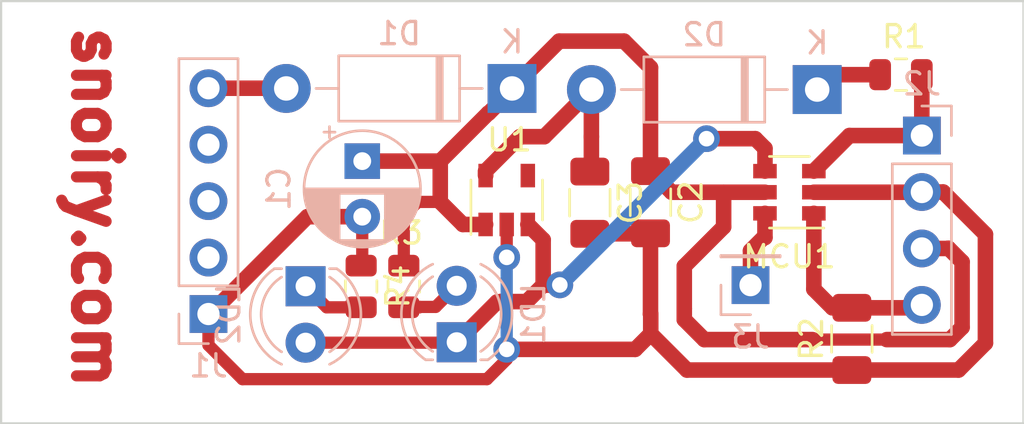
<source format=kicad_pcb>
(kicad_pcb (version 20171130) (host pcbnew "(5.1.5)-3")

  (general
    (thickness 1.6)
    (drawings 5)
    (tracks 123)
    (zones 0)
    (modules 16)
    (nets 12)
  )

  (page A4)
  (title_block
    (title "alkaline cherger")
    (date 2020-04-02)
    (rev 1.0)
  )

  (layers
    (0 F.Cu signal)
    (31 B.Cu signal)
    (32 B.Adhes user)
    (33 F.Adhes user)
    (34 B.Paste user)
    (35 F.Paste user)
    (36 B.SilkS user)
    (37 F.SilkS user)
    (38 B.Mask user)
    (39 F.Mask user)
    (40 Dwgs.User user)
    (41 Cmts.User user)
    (42 Eco1.User user)
    (43 Eco2.User user)
    (44 Edge.Cuts user)
    (45 Margin user)
    (46 B.CrtYd user)
    (47 F.CrtYd user)
    (48 B.Fab user)
    (49 F.Fab user)
  )

  (setup
    (last_trace_width 0.25)
    (user_trace_width 0.55)
    (user_trace_width 0.7)
    (trace_clearance 0.2)
    (zone_clearance 0.508)
    (zone_45_only no)
    (trace_min 0.2)
    (via_size 0.8)
    (via_drill 0.4)
    (via_min_size 0.4)
    (via_min_drill 0.3)
    (user_via 1.2 0.7)
    (uvia_size 0.3)
    (uvia_drill 0.1)
    (uvias_allowed no)
    (uvia_min_size 0.2)
    (uvia_min_drill 0.1)
    (edge_width 0.05)
    (segment_width 0.2)
    (pcb_text_width 0.3)
    (pcb_text_size 1.5 1.5)
    (mod_edge_width 0.12)
    (mod_text_size 1 1)
    (mod_text_width 0.15)
    (pad_size 1.524 1.524)
    (pad_drill 0.762)
    (pad_to_mask_clearance 0.051)
    (solder_mask_min_width 0.25)
    (aux_axis_origin 0 0)
    (visible_elements 7FFFFFFF)
    (pcbplotparams
      (layerselection 0x00000_7fffffff)
      (usegerberextensions false)
      (usegerberattributes false)
      (usegerberadvancedattributes false)
      (creategerberjobfile false)
      (excludeedgelayer true)
      (linewidth 0.100000)
      (plotframeref false)
      (viasonmask false)
      (mode 1)
      (useauxorigin false)
      (hpglpennumber 1)
      (hpglpenspeed 20)
      (hpglpendiameter 15.000000)
      (psnegative false)
      (psa4output false)
      (plotreference true)
      (plotvalue true)
      (plotinvisibletext false)
      (padsonsilk false)
      (subtractmaskfromsilk false)
      (outputformat 5)
      (mirror false)
      (drillshape 0)
      (scaleselection 1)
      (outputdirectory "./"))
  )

  (net 0 "")
  (net 1 "Net-(C1-Pad1)")
  (net 2 GND)
  (net 3 "Net-(C3-Pad1)")
  (net 4 "Net-(D1-Pad2)")
  (net 5 "Net-(D2-Pad1)")
  (net 6 "Net-(J2-Pad4)")
  (net 7 "Net-(J2-Pad1)")
  (net 8 "Net-(J3-Pad1)")
  (net 9 "Net-(LD1-Pad2)")
  (net 10 "Net-(LD2-Pad1)")
  (net 11 "Net-(LD1-Pad1)")

  (net_class Default "Ceci est la Netclass par défaut."
    (clearance 0.2)
    (trace_width 0.25)
    (via_dia 0.8)
    (via_drill 0.4)
    (uvia_dia 0.3)
    (uvia_drill 0.1)
    (add_net GND)
    (add_net "Net-(C1-Pad1)")
    (add_net "Net-(C3-Pad1)")
    (add_net "Net-(D1-Pad2)")
    (add_net "Net-(D2-Pad1)")
    (add_net "Net-(J2-Pad1)")
    (add_net "Net-(J2-Pad4)")
    (add_net "Net-(J3-Pad1)")
    (add_net "Net-(LD1-Pad1)")
    (add_net "Net-(LD1-Pad2)")
    (add_net "Net-(LD2-Pad1)")
  )

  (module Resistor_SMD:R_0805_2012Metric (layer F.Cu) (tedit 5B36C52B) (tstamp 5E851B0B)
    (at 37.6 182.01 270)
    (descr "Resistor SMD 0805 (2012 Metric), square (rectangular) end terminal, IPC_7351 nominal, (Body size source: https://docs.google.com/spreadsheets/d/1BsfQQcO9C6DZCsRaXUlFlo91Tg2WpOkGARC1WS5S8t0/edit?usp=sharing), generated with kicad-footprint-generator")
    (tags resistor)
    (path /5E859CB7)
    (attr smd)
    (fp_text reference R4 (at 0 -1.65 90) (layer F.SilkS)
      (effects (font (size 1 1) (thickness 0.15)))
    )
    (fp_text value R (at -1.82 1.47 180) (layer F.Fab)
      (effects (font (size 1 1) (thickness 0.15)))
    )
    (fp_text user %R (at 0 0 90) (layer F.Fab)
      (effects (font (size 0.5 0.5) (thickness 0.08)))
    )
    (fp_line (start 1.68 0.95) (end -1.68 0.95) (layer F.CrtYd) (width 0.05))
    (fp_line (start 1.68 -0.95) (end 1.68 0.95) (layer F.CrtYd) (width 0.05))
    (fp_line (start -1.68 -0.95) (end 1.68 -0.95) (layer F.CrtYd) (width 0.05))
    (fp_line (start -1.68 0.95) (end -1.68 -0.95) (layer F.CrtYd) (width 0.05))
    (fp_line (start -0.258578 0.71) (end 0.258578 0.71) (layer F.SilkS) (width 0.12))
    (fp_line (start -0.258578 -0.71) (end 0.258578 -0.71) (layer F.SilkS) (width 0.12))
    (fp_line (start 1 0.6) (end -1 0.6) (layer F.Fab) (width 0.1))
    (fp_line (start 1 -0.6) (end 1 0.6) (layer F.Fab) (width 0.1))
    (fp_line (start -1 -0.6) (end 1 -0.6) (layer F.Fab) (width 0.1))
    (fp_line (start -1 0.6) (end -1 -0.6) (layer F.Fab) (width 0.1))
    (pad 2 smd roundrect (at 0.9375 0 270) (size 0.975 1.4) (layers F.Cu F.Paste F.Mask) (roundrect_rratio 0.25)
      (net 10 "Net-(LD2-Pad1)"))
    (pad 1 smd roundrect (at -0.9375 0 270) (size 0.975 1.4) (layers F.Cu F.Paste F.Mask) (roundrect_rratio 0.25)
      (net 2 GND))
    (model ${KISYS3DMOD}/Resistor_SMD.3dshapes/R_0805_2012Metric.wrl
      (at (xyz 0 0 0))
      (scale (xyz 1 1 1))
      (rotate (xyz 0 0 0))
    )
  )

  (module Resistor_SMD:R_0805_2012Metric (layer F.Cu) (tedit 5B36C52B) (tstamp 5E851AFA)
    (at 39.52 182.01 90)
    (descr "Resistor SMD 0805 (2012 Metric), square (rectangular) end terminal, IPC_7351 nominal, (Body size source: https://docs.google.com/spreadsheets/d/1BsfQQcO9C6DZCsRaXUlFlo91Tg2WpOkGARC1WS5S8t0/edit?usp=sharing), generated with kicad-footprint-generator")
    (tags resistor)
    (path /5E8592CC)
    (attr smd)
    (fp_text reference R3 (at 2.41 -0.12 180) (layer F.SilkS)
      (effects (font (size 1 1) (thickness 0.15)))
    )
    (fp_text value R (at -0.08 -1.62 180) (layer F.Fab)
      (effects (font (size 1 1) (thickness 0.15)))
    )
    (fp_text user %R (at 0 0 90) (layer F.Fab)
      (effects (font (size 0.5 0.5) (thickness 0.08)))
    )
    (fp_line (start 1.68 0.95) (end -1.68 0.95) (layer F.CrtYd) (width 0.05))
    (fp_line (start 1.68 -0.95) (end 1.68 0.95) (layer F.CrtYd) (width 0.05))
    (fp_line (start -1.68 -0.95) (end 1.68 -0.95) (layer F.CrtYd) (width 0.05))
    (fp_line (start -1.68 0.95) (end -1.68 -0.95) (layer F.CrtYd) (width 0.05))
    (fp_line (start -0.258578 0.71) (end 0.258578 0.71) (layer F.SilkS) (width 0.12))
    (fp_line (start -0.258578 -0.71) (end 0.258578 -0.71) (layer F.SilkS) (width 0.12))
    (fp_line (start 1 0.6) (end -1 0.6) (layer F.Fab) (width 0.1))
    (fp_line (start 1 -0.6) (end 1 0.6) (layer F.Fab) (width 0.1))
    (fp_line (start -1 -0.6) (end 1 -0.6) (layer F.Fab) (width 0.1))
    (fp_line (start -1 0.6) (end -1 -0.6) (layer F.Fab) (width 0.1))
    (pad 2 smd roundrect (at 0.9375 0 90) (size 0.975 1.4) (layers F.Cu F.Paste F.Mask) (roundrect_rratio 0.25)
      (net 1 "Net-(C1-Pad1)"))
    (pad 1 smd roundrect (at -0.9375 0 90) (size 0.975 1.4) (layers F.Cu F.Paste F.Mask) (roundrect_rratio 0.25)
      (net 9 "Net-(LD1-Pad2)"))
    (model ${KISYS3DMOD}/Resistor_SMD.3dshapes/R_0805_2012Metric.wrl
      (at (xyz 0 0 0))
      (scale (xyz 1 1 1))
      (rotate (xyz 0 0 0))
    )
  )

  (module LED_THT:LED_D4.0mm (layer B.Cu) (tedit 587A3A7B) (tstamp 5E851A7F)
    (at 35.1 182 270)
    (descr "LED, diameter 4.0mm, 2 pins, http://www.kingbright.com/attachments/file/psearch/000/00/00/L-43GD(Ver.12B).pdf")
    (tags "LED diameter 4.0mm 2 pins")
    (path /5E85237C)
    (fp_text reference LD2 (at 1.27 3.46 90) (layer B.SilkS)
      (effects (font (size 1 1) (thickness 0.15)) (justify mirror))
    )
    (fp_text value charge (at 1.27 -3.46 90) (layer B.Fab)
      (effects (font (size 1 1) (thickness 0.15)) (justify mirror))
    )
    (fp_line (start 4 2.75) (end -1.45 2.75) (layer B.CrtYd) (width 0.05))
    (fp_line (start 4 -2.75) (end 4 2.75) (layer B.CrtYd) (width 0.05))
    (fp_line (start -1.45 -2.75) (end 4 -2.75) (layer B.CrtYd) (width 0.05))
    (fp_line (start -1.45 2.75) (end -1.45 -2.75) (layer B.CrtYd) (width 0.05))
    (fp_line (start -0.79 -1.08) (end -0.79 -1.399) (layer B.SilkS) (width 0.12))
    (fp_line (start -0.79 1.399) (end -0.79 1.08) (layer B.SilkS) (width 0.12))
    (fp_line (start -0.73 1.32665) (end -0.73 -1.32665) (layer B.Fab) (width 0.1))
    (fp_circle (center 1.27 0) (end 3.27 0) (layer B.Fab) (width 0.1))
    (fp_arc (start 1.27 0) (end -0.41333 -1.08) (angle 114.6) (layer B.SilkS) (width 0.12))
    (fp_arc (start 1.27 0) (end -0.41333 1.08) (angle -114.6) (layer B.SilkS) (width 0.12))
    (fp_arc (start 1.27 0) (end -0.79 -1.398749) (angle 120.1) (layer B.SilkS) (width 0.12))
    (fp_arc (start 1.27 0) (end -0.79 1.398749) (angle -120.1) (layer B.SilkS) (width 0.12))
    (fp_arc (start 1.27 0) (end -0.73 1.32665) (angle -292.9) (layer B.Fab) (width 0.1))
    (pad 2 thru_hole circle (at 2.54 0 270) (size 1.8 1.8) (drill 0.9) (layers *.Cu *.Mask)
      (net 11 "Net-(LD1-Pad1)"))
    (pad 1 thru_hole rect (at 0 0 270) (size 1.8 1.8) (drill 0.9) (layers *.Cu *.Mask)
      (net 10 "Net-(LD2-Pad1)"))
    (model ${KISYS3DMOD}/LED_THT.3dshapes/LED_D4.0mm.wrl
      (at (xyz 0 0 0))
      (scale (xyz 1 1 1))
      (rotate (xyz 0 0 0))
    )
  )

  (module LED_THT:LED_D4.0mm (layer B.Cu) (tedit 587A3A7B) (tstamp 5E851A6C)
    (at 41.9 184.52 90)
    (descr "LED, diameter 4.0mm, 2 pins, http://www.kingbright.com/attachments/file/psearch/000/00/00/L-43GD(Ver.12B).pdf")
    (tags "LED diameter 4.0mm 2 pins")
    (path /5E856B6E)
    (fp_text reference LD1 (at 1.27 3.46 90) (layer B.SilkS)
      (effects (font (size 1 1) (thickness 0.15)) (justify mirror))
    )
    (fp_text value stop (at 1.27 -3.46 90) (layer B.Fab)
      (effects (font (size 1 1) (thickness 0.15)) (justify mirror))
    )
    (fp_line (start 4 2.75) (end -1.45 2.75) (layer B.CrtYd) (width 0.05))
    (fp_line (start 4 -2.75) (end 4 2.75) (layer B.CrtYd) (width 0.05))
    (fp_line (start -1.45 -2.75) (end 4 -2.75) (layer B.CrtYd) (width 0.05))
    (fp_line (start -1.45 2.75) (end -1.45 -2.75) (layer B.CrtYd) (width 0.05))
    (fp_line (start -0.79 -1.08) (end -0.79 -1.399) (layer B.SilkS) (width 0.12))
    (fp_line (start -0.79 1.399) (end -0.79 1.08) (layer B.SilkS) (width 0.12))
    (fp_line (start -0.73 1.32665) (end -0.73 -1.32665) (layer B.Fab) (width 0.1))
    (fp_circle (center 1.27 0) (end 3.27 0) (layer B.Fab) (width 0.1))
    (fp_arc (start 1.27 0) (end -0.41333 -1.08) (angle 114.6) (layer B.SilkS) (width 0.12))
    (fp_arc (start 1.27 0) (end -0.41333 1.08) (angle -114.6) (layer B.SilkS) (width 0.12))
    (fp_arc (start 1.27 0) (end -0.79 -1.398749) (angle 120.1) (layer B.SilkS) (width 0.12))
    (fp_arc (start 1.27 0) (end -0.79 1.398749) (angle -120.1) (layer B.SilkS) (width 0.12))
    (fp_arc (start 1.27 0) (end -0.73 1.32665) (angle -292.9) (layer B.Fab) (width 0.1))
    (pad 2 thru_hole circle (at 2.54 0 90) (size 1.8 1.8) (drill 0.9) (layers *.Cu *.Mask)
      (net 9 "Net-(LD1-Pad2)"))
    (pad 1 thru_hole rect (at 0 0 90) (size 1.8 1.8) (drill 0.9) (layers *.Cu *.Mask)
      (net 11 "Net-(LD1-Pad1)"))
    (model ${KISYS3DMOD}/LED_THT.3dshapes/LED_D4.0mm.wrl
      (at (xyz 0 0 0))
      (scale (xyz 1 1 1))
      (rotate (xyz 0 0 0))
    )
  )

  (module Connector_PinHeader_2.54mm:PinHeader_1x01_P2.54mm_Vertical (layer B.Cu) (tedit 59FED5CC) (tstamp 5E84EAB1)
    (at 55.12 181.95)
    (descr "Through hole straight pin header, 1x01, 2.54mm pitch, single row")
    (tags "Through hole pin header THT 1x01 2.54mm single row")
    (path /5E8A30DD)
    (fp_text reference J3 (at 0 2.33) (layer B.SilkS)
      (effects (font (size 1 1) (thickness 0.15)) (justify mirror))
    )
    (fp_text value P1 (at 0 -2.33) (layer B.Fab)
      (effects (font (size 1 1) (thickness 0.15)) (justify mirror))
    )
    (fp_text user %R (at 0 0 -90) (layer B.Fab)
      (effects (font (size 1 1) (thickness 0.15)) (justify mirror))
    )
    (fp_line (start 1.8 1.8) (end -1.8 1.8) (layer B.CrtYd) (width 0.05))
    (fp_line (start 1.8 -1.8) (end 1.8 1.8) (layer B.CrtYd) (width 0.05))
    (fp_line (start -1.8 -1.8) (end 1.8 -1.8) (layer B.CrtYd) (width 0.05))
    (fp_line (start -1.8 1.8) (end -1.8 -1.8) (layer B.CrtYd) (width 0.05))
    (fp_line (start -1.33 1.33) (end 0 1.33) (layer B.SilkS) (width 0.12))
    (fp_line (start -1.33 0) (end -1.33 1.33) (layer B.SilkS) (width 0.12))
    (fp_line (start -1.33 -1.27) (end 1.33 -1.27) (layer B.SilkS) (width 0.12))
    (fp_line (start 1.33 -1.27) (end 1.33 -1.33) (layer B.SilkS) (width 0.12))
    (fp_line (start -1.33 -1.27) (end -1.33 -1.33) (layer B.SilkS) (width 0.12))
    (fp_line (start -1.33 -1.33) (end 1.33 -1.33) (layer B.SilkS) (width 0.12))
    (fp_line (start -1.27 0.635) (end -0.635 1.27) (layer B.Fab) (width 0.1))
    (fp_line (start -1.27 -1.27) (end -1.27 0.635) (layer B.Fab) (width 0.1))
    (fp_line (start 1.27 -1.27) (end -1.27 -1.27) (layer B.Fab) (width 0.1))
    (fp_line (start 1.27 1.27) (end 1.27 -1.27) (layer B.Fab) (width 0.1))
    (fp_line (start -0.635 1.27) (end 1.27 1.27) (layer B.Fab) (width 0.1))
    (pad 1 thru_hole rect (at 0 0) (size 1.7 1.7) (drill 1) (layers *.Cu *.Mask)
      (net 8 "Net-(J3-Pad1)"))
    (model ${KISYS3DMOD}/Connector_PinHeader_2.54mm.3dshapes/PinHeader_1x01_P2.54mm_Vertical.wrl
      (at (xyz 0 0 0))
      (scale (xyz 1 1 1))
      (rotate (xyz 0 0 0))
    )
  )

  (module Capacitor_THT:CP_Radial_D5.0mm_P2.50mm (layer B.Cu) (tedit 5AE50EF0) (tstamp 5E84C74F)
    (at 37.65 176.37 270)
    (descr "CP, Radial series, Radial, pin pitch=2.50mm, , diameter=5mm, Electrolytic Capacitor")
    (tags "CP Radial series Radial pin pitch 2.50mm  diameter 5mm Electrolytic Capacitor")
    (path /5E86E754)
    (fp_text reference C1 (at 1.25 3.75 90) (layer B.SilkS)
      (effects (font (size 1 1) (thickness 0.15)) (justify mirror))
    )
    (fp_text value 100uF (at 1.25 -3.75 90) (layer B.Fab)
      (effects (font (size 1 1) (thickness 0.15)) (justify mirror))
    )
    (fp_circle (center 1.25 0) (end 3.75 0) (layer B.Fab) (width 0.1))
    (fp_circle (center 1.25 0) (end 3.87 0) (layer B.SilkS) (width 0.12))
    (fp_circle (center 1.25 0) (end 4 0) (layer B.CrtYd) (width 0.05))
    (fp_line (start -0.883605 1.0875) (end -0.383605 1.0875) (layer B.Fab) (width 0.1))
    (fp_line (start -0.633605 1.3375) (end -0.633605 0.8375) (layer B.Fab) (width 0.1))
    (fp_line (start 1.25 2.58) (end 1.25 -2.58) (layer B.SilkS) (width 0.12))
    (fp_line (start 1.29 2.58) (end 1.29 -2.58) (layer B.SilkS) (width 0.12))
    (fp_line (start 1.33 2.579) (end 1.33 -2.579) (layer B.SilkS) (width 0.12))
    (fp_line (start 1.37 2.578) (end 1.37 -2.578) (layer B.SilkS) (width 0.12))
    (fp_line (start 1.41 2.576) (end 1.41 -2.576) (layer B.SilkS) (width 0.12))
    (fp_line (start 1.45 2.573) (end 1.45 -2.573) (layer B.SilkS) (width 0.12))
    (fp_line (start 1.49 2.569) (end 1.49 1.04) (layer B.SilkS) (width 0.12))
    (fp_line (start 1.49 -1.04) (end 1.49 -2.569) (layer B.SilkS) (width 0.12))
    (fp_line (start 1.53 2.565) (end 1.53 1.04) (layer B.SilkS) (width 0.12))
    (fp_line (start 1.53 -1.04) (end 1.53 -2.565) (layer B.SilkS) (width 0.12))
    (fp_line (start 1.57 2.561) (end 1.57 1.04) (layer B.SilkS) (width 0.12))
    (fp_line (start 1.57 -1.04) (end 1.57 -2.561) (layer B.SilkS) (width 0.12))
    (fp_line (start 1.61 2.556) (end 1.61 1.04) (layer B.SilkS) (width 0.12))
    (fp_line (start 1.61 -1.04) (end 1.61 -2.556) (layer B.SilkS) (width 0.12))
    (fp_line (start 1.65 2.55) (end 1.65 1.04) (layer B.SilkS) (width 0.12))
    (fp_line (start 1.65 -1.04) (end 1.65 -2.55) (layer B.SilkS) (width 0.12))
    (fp_line (start 1.69 2.543) (end 1.69 1.04) (layer B.SilkS) (width 0.12))
    (fp_line (start 1.69 -1.04) (end 1.69 -2.543) (layer B.SilkS) (width 0.12))
    (fp_line (start 1.73 2.536) (end 1.73 1.04) (layer B.SilkS) (width 0.12))
    (fp_line (start 1.73 -1.04) (end 1.73 -2.536) (layer B.SilkS) (width 0.12))
    (fp_line (start 1.77 2.528) (end 1.77 1.04) (layer B.SilkS) (width 0.12))
    (fp_line (start 1.77 -1.04) (end 1.77 -2.528) (layer B.SilkS) (width 0.12))
    (fp_line (start 1.81 2.52) (end 1.81 1.04) (layer B.SilkS) (width 0.12))
    (fp_line (start 1.81 -1.04) (end 1.81 -2.52) (layer B.SilkS) (width 0.12))
    (fp_line (start 1.85 2.511) (end 1.85 1.04) (layer B.SilkS) (width 0.12))
    (fp_line (start 1.85 -1.04) (end 1.85 -2.511) (layer B.SilkS) (width 0.12))
    (fp_line (start 1.89 2.501) (end 1.89 1.04) (layer B.SilkS) (width 0.12))
    (fp_line (start 1.89 -1.04) (end 1.89 -2.501) (layer B.SilkS) (width 0.12))
    (fp_line (start 1.93 2.491) (end 1.93 1.04) (layer B.SilkS) (width 0.12))
    (fp_line (start 1.93 -1.04) (end 1.93 -2.491) (layer B.SilkS) (width 0.12))
    (fp_line (start 1.971 2.48) (end 1.971 1.04) (layer B.SilkS) (width 0.12))
    (fp_line (start 1.971 -1.04) (end 1.971 -2.48) (layer B.SilkS) (width 0.12))
    (fp_line (start 2.011 2.468) (end 2.011 1.04) (layer B.SilkS) (width 0.12))
    (fp_line (start 2.011 -1.04) (end 2.011 -2.468) (layer B.SilkS) (width 0.12))
    (fp_line (start 2.051 2.455) (end 2.051 1.04) (layer B.SilkS) (width 0.12))
    (fp_line (start 2.051 -1.04) (end 2.051 -2.455) (layer B.SilkS) (width 0.12))
    (fp_line (start 2.091 2.442) (end 2.091 1.04) (layer B.SilkS) (width 0.12))
    (fp_line (start 2.091 -1.04) (end 2.091 -2.442) (layer B.SilkS) (width 0.12))
    (fp_line (start 2.131 2.428) (end 2.131 1.04) (layer B.SilkS) (width 0.12))
    (fp_line (start 2.131 -1.04) (end 2.131 -2.428) (layer B.SilkS) (width 0.12))
    (fp_line (start 2.171 2.414) (end 2.171 1.04) (layer B.SilkS) (width 0.12))
    (fp_line (start 2.171 -1.04) (end 2.171 -2.414) (layer B.SilkS) (width 0.12))
    (fp_line (start 2.211 2.398) (end 2.211 1.04) (layer B.SilkS) (width 0.12))
    (fp_line (start 2.211 -1.04) (end 2.211 -2.398) (layer B.SilkS) (width 0.12))
    (fp_line (start 2.251 2.382) (end 2.251 1.04) (layer B.SilkS) (width 0.12))
    (fp_line (start 2.251 -1.04) (end 2.251 -2.382) (layer B.SilkS) (width 0.12))
    (fp_line (start 2.291 2.365) (end 2.291 1.04) (layer B.SilkS) (width 0.12))
    (fp_line (start 2.291 -1.04) (end 2.291 -2.365) (layer B.SilkS) (width 0.12))
    (fp_line (start 2.331 2.348) (end 2.331 1.04) (layer B.SilkS) (width 0.12))
    (fp_line (start 2.331 -1.04) (end 2.331 -2.348) (layer B.SilkS) (width 0.12))
    (fp_line (start 2.371 2.329) (end 2.371 1.04) (layer B.SilkS) (width 0.12))
    (fp_line (start 2.371 -1.04) (end 2.371 -2.329) (layer B.SilkS) (width 0.12))
    (fp_line (start 2.411 2.31) (end 2.411 1.04) (layer B.SilkS) (width 0.12))
    (fp_line (start 2.411 -1.04) (end 2.411 -2.31) (layer B.SilkS) (width 0.12))
    (fp_line (start 2.451 2.29) (end 2.451 1.04) (layer B.SilkS) (width 0.12))
    (fp_line (start 2.451 -1.04) (end 2.451 -2.29) (layer B.SilkS) (width 0.12))
    (fp_line (start 2.491 2.268) (end 2.491 1.04) (layer B.SilkS) (width 0.12))
    (fp_line (start 2.491 -1.04) (end 2.491 -2.268) (layer B.SilkS) (width 0.12))
    (fp_line (start 2.531 2.247) (end 2.531 1.04) (layer B.SilkS) (width 0.12))
    (fp_line (start 2.531 -1.04) (end 2.531 -2.247) (layer B.SilkS) (width 0.12))
    (fp_line (start 2.571 2.224) (end 2.571 1.04) (layer B.SilkS) (width 0.12))
    (fp_line (start 2.571 -1.04) (end 2.571 -2.224) (layer B.SilkS) (width 0.12))
    (fp_line (start 2.611 2.2) (end 2.611 1.04) (layer B.SilkS) (width 0.12))
    (fp_line (start 2.611 -1.04) (end 2.611 -2.2) (layer B.SilkS) (width 0.12))
    (fp_line (start 2.651 2.175) (end 2.651 1.04) (layer B.SilkS) (width 0.12))
    (fp_line (start 2.651 -1.04) (end 2.651 -2.175) (layer B.SilkS) (width 0.12))
    (fp_line (start 2.691 2.149) (end 2.691 1.04) (layer B.SilkS) (width 0.12))
    (fp_line (start 2.691 -1.04) (end 2.691 -2.149) (layer B.SilkS) (width 0.12))
    (fp_line (start 2.731 2.122) (end 2.731 1.04) (layer B.SilkS) (width 0.12))
    (fp_line (start 2.731 -1.04) (end 2.731 -2.122) (layer B.SilkS) (width 0.12))
    (fp_line (start 2.771 2.095) (end 2.771 1.04) (layer B.SilkS) (width 0.12))
    (fp_line (start 2.771 -1.04) (end 2.771 -2.095) (layer B.SilkS) (width 0.12))
    (fp_line (start 2.811 2.065) (end 2.811 1.04) (layer B.SilkS) (width 0.12))
    (fp_line (start 2.811 -1.04) (end 2.811 -2.065) (layer B.SilkS) (width 0.12))
    (fp_line (start 2.851 2.035) (end 2.851 1.04) (layer B.SilkS) (width 0.12))
    (fp_line (start 2.851 -1.04) (end 2.851 -2.035) (layer B.SilkS) (width 0.12))
    (fp_line (start 2.891 2.004) (end 2.891 1.04) (layer B.SilkS) (width 0.12))
    (fp_line (start 2.891 -1.04) (end 2.891 -2.004) (layer B.SilkS) (width 0.12))
    (fp_line (start 2.931 1.971) (end 2.931 1.04) (layer B.SilkS) (width 0.12))
    (fp_line (start 2.931 -1.04) (end 2.931 -1.971) (layer B.SilkS) (width 0.12))
    (fp_line (start 2.971 1.937) (end 2.971 1.04) (layer B.SilkS) (width 0.12))
    (fp_line (start 2.971 -1.04) (end 2.971 -1.937) (layer B.SilkS) (width 0.12))
    (fp_line (start 3.011 1.901) (end 3.011 1.04) (layer B.SilkS) (width 0.12))
    (fp_line (start 3.011 -1.04) (end 3.011 -1.901) (layer B.SilkS) (width 0.12))
    (fp_line (start 3.051 1.864) (end 3.051 1.04) (layer B.SilkS) (width 0.12))
    (fp_line (start 3.051 -1.04) (end 3.051 -1.864) (layer B.SilkS) (width 0.12))
    (fp_line (start 3.091 1.826) (end 3.091 1.04) (layer B.SilkS) (width 0.12))
    (fp_line (start 3.091 -1.04) (end 3.091 -1.826) (layer B.SilkS) (width 0.12))
    (fp_line (start 3.131 1.785) (end 3.131 1.04) (layer B.SilkS) (width 0.12))
    (fp_line (start 3.131 -1.04) (end 3.131 -1.785) (layer B.SilkS) (width 0.12))
    (fp_line (start 3.171 1.743) (end 3.171 1.04) (layer B.SilkS) (width 0.12))
    (fp_line (start 3.171 -1.04) (end 3.171 -1.743) (layer B.SilkS) (width 0.12))
    (fp_line (start 3.211 1.699) (end 3.211 1.04) (layer B.SilkS) (width 0.12))
    (fp_line (start 3.211 -1.04) (end 3.211 -1.699) (layer B.SilkS) (width 0.12))
    (fp_line (start 3.251 1.653) (end 3.251 1.04) (layer B.SilkS) (width 0.12))
    (fp_line (start 3.251 -1.04) (end 3.251 -1.653) (layer B.SilkS) (width 0.12))
    (fp_line (start 3.291 1.605) (end 3.291 1.04) (layer B.SilkS) (width 0.12))
    (fp_line (start 3.291 -1.04) (end 3.291 -1.605) (layer B.SilkS) (width 0.12))
    (fp_line (start 3.331 1.554) (end 3.331 1.04) (layer B.SilkS) (width 0.12))
    (fp_line (start 3.331 -1.04) (end 3.331 -1.554) (layer B.SilkS) (width 0.12))
    (fp_line (start 3.371 1.5) (end 3.371 1.04) (layer B.SilkS) (width 0.12))
    (fp_line (start 3.371 -1.04) (end 3.371 -1.5) (layer B.SilkS) (width 0.12))
    (fp_line (start 3.411 1.443) (end 3.411 1.04) (layer B.SilkS) (width 0.12))
    (fp_line (start 3.411 -1.04) (end 3.411 -1.443) (layer B.SilkS) (width 0.12))
    (fp_line (start 3.451 1.383) (end 3.451 1.04) (layer B.SilkS) (width 0.12))
    (fp_line (start 3.451 -1.04) (end 3.451 -1.383) (layer B.SilkS) (width 0.12))
    (fp_line (start 3.491 1.319) (end 3.491 1.04) (layer B.SilkS) (width 0.12))
    (fp_line (start 3.491 -1.04) (end 3.491 -1.319) (layer B.SilkS) (width 0.12))
    (fp_line (start 3.531 1.251) (end 3.531 1.04) (layer B.SilkS) (width 0.12))
    (fp_line (start 3.531 -1.04) (end 3.531 -1.251) (layer B.SilkS) (width 0.12))
    (fp_line (start 3.571 1.178) (end 3.571 -1.178) (layer B.SilkS) (width 0.12))
    (fp_line (start 3.611 1.098) (end 3.611 -1.098) (layer B.SilkS) (width 0.12))
    (fp_line (start 3.651 1.011) (end 3.651 -1.011) (layer B.SilkS) (width 0.12))
    (fp_line (start 3.691 0.915) (end 3.691 -0.915) (layer B.SilkS) (width 0.12))
    (fp_line (start 3.731 0.805) (end 3.731 -0.805) (layer B.SilkS) (width 0.12))
    (fp_line (start 3.771 0.677) (end 3.771 -0.677) (layer B.SilkS) (width 0.12))
    (fp_line (start 3.811 0.518) (end 3.811 -0.518) (layer B.SilkS) (width 0.12))
    (fp_line (start 3.851 0.284) (end 3.851 -0.284) (layer B.SilkS) (width 0.12))
    (fp_line (start -1.554775 1.475) (end -1.054775 1.475) (layer B.SilkS) (width 0.12))
    (fp_line (start -1.304775 1.725) (end -1.304775 1.225) (layer B.SilkS) (width 0.12))
    (fp_text user %R (at 1.25 0 90) (layer B.Fab)
      (effects (font (size 1 1) (thickness 0.15)) (justify mirror))
    )
    (pad 1 thru_hole rect (at 0 0 270) (size 1.6 1.6) (drill 0.8) (layers *.Cu *.Mask)
      (net 1 "Net-(C1-Pad1)"))
    (pad 2 thru_hole circle (at 2.5 0 270) (size 1.6 1.6) (drill 0.8) (layers *.Cu *.Mask)
      (net 2 GND))
    (model ${KISYS3DMOD}/Capacitor_THT.3dshapes/CP_Radial_D5.0mm_P2.50mm.wrl
      (at (xyz 0 0 0))
      (scale (xyz 1 1 1))
      (rotate (xyz 0 0 0))
    )
  )

  (module Capacitor_SMD:C_1206_3216Metric (layer F.Cu) (tedit 5B301BBE) (tstamp 5E84C760)
    (at 50.62 178.22 270)
    (descr "Capacitor SMD 1206 (3216 Metric), square (rectangular) end terminal, IPC_7351 nominal, (Body size source: http://www.tortai-tech.com/upload/download/2011102023233369053.pdf), generated with kicad-footprint-generator")
    (tags capacitor)
    (path /5E861B4E)
    (attr smd)
    (fp_text reference C2 (at 0 -1.82 90) (layer F.SilkS)
      (effects (font (size 1 1) (thickness 0.15)))
    )
    (fp_text value 0.1uF (at 0 1.82 90) (layer F.Fab)
      (effects (font (size 1 1) (thickness 0.15)))
    )
    (fp_line (start -1.6 0.8) (end -1.6 -0.8) (layer F.Fab) (width 0.1))
    (fp_line (start -1.6 -0.8) (end 1.6 -0.8) (layer F.Fab) (width 0.1))
    (fp_line (start 1.6 -0.8) (end 1.6 0.8) (layer F.Fab) (width 0.1))
    (fp_line (start 1.6 0.8) (end -1.6 0.8) (layer F.Fab) (width 0.1))
    (fp_line (start -0.602064 -0.91) (end 0.602064 -0.91) (layer F.SilkS) (width 0.12))
    (fp_line (start -0.602064 0.91) (end 0.602064 0.91) (layer F.SilkS) (width 0.12))
    (fp_line (start -2.28 1.12) (end -2.28 -1.12) (layer F.CrtYd) (width 0.05))
    (fp_line (start -2.28 -1.12) (end 2.28 -1.12) (layer F.CrtYd) (width 0.05))
    (fp_line (start 2.28 -1.12) (end 2.28 1.12) (layer F.CrtYd) (width 0.05))
    (fp_line (start 2.28 1.12) (end -2.28 1.12) (layer F.CrtYd) (width 0.05))
    (fp_text user %R (at 0 0 90) (layer F.Fab)
      (effects (font (size 0.8 0.8) (thickness 0.12)))
    )
    (pad 1 smd roundrect (at -1.4 0 270) (size 1.25 1.75) (layers F.Cu F.Paste F.Mask) (roundrect_rratio 0.2)
      (net 1 "Net-(C1-Pad1)"))
    (pad 2 smd roundrect (at 1.4 0 270) (size 1.25 1.75) (layers F.Cu F.Paste F.Mask) (roundrect_rratio 0.2)
      (net 2 GND))
    (model ${KISYS3DMOD}/Capacitor_SMD.3dshapes/C_1206_3216Metric.wrl
      (at (xyz 0 0 0))
      (scale (xyz 1 1 1))
      (rotate (xyz 0 0 0))
    )
  )

  (module Capacitor_SMD:C_1206_3216Metric (layer F.Cu) (tedit 5B301BBE) (tstamp 5E84C771)
    (at 47.89 178.24 270)
    (descr "Capacitor SMD 1206 (3216 Metric), square (rectangular) end terminal, IPC_7351 nominal, (Body size source: http://www.tortai-tech.com/upload/download/2011102023233369053.pdf), generated with kicad-footprint-generator")
    (tags capacitor)
    (path /5E870EA8)
    (attr smd)
    (fp_text reference C3 (at 0 -1.82 90) (layer F.SilkS)
      (effects (font (size 1 1) (thickness 0.15)))
    )
    (fp_text value 2.2uF (at -3.16 -0.12 180) (layer F.Fab)
      (effects (font (size 1 1) (thickness 0.15)))
    )
    (fp_text user %R (at 0 0 90) (layer F.Fab)
      (effects (font (size 0.8 0.8) (thickness 0.12)))
    )
    (fp_line (start 2.28 1.12) (end -2.28 1.12) (layer F.CrtYd) (width 0.05))
    (fp_line (start 2.28 -1.12) (end 2.28 1.12) (layer F.CrtYd) (width 0.05))
    (fp_line (start -2.28 -1.12) (end 2.28 -1.12) (layer F.CrtYd) (width 0.05))
    (fp_line (start -2.28 1.12) (end -2.28 -1.12) (layer F.CrtYd) (width 0.05))
    (fp_line (start -0.602064 0.91) (end 0.602064 0.91) (layer F.SilkS) (width 0.12))
    (fp_line (start -0.602064 -0.91) (end 0.602064 -0.91) (layer F.SilkS) (width 0.12))
    (fp_line (start 1.6 0.8) (end -1.6 0.8) (layer F.Fab) (width 0.1))
    (fp_line (start 1.6 -0.8) (end 1.6 0.8) (layer F.Fab) (width 0.1))
    (fp_line (start -1.6 -0.8) (end 1.6 -0.8) (layer F.Fab) (width 0.1))
    (fp_line (start -1.6 0.8) (end -1.6 -0.8) (layer F.Fab) (width 0.1))
    (pad 2 smd roundrect (at 1.4 0 270) (size 1.25 1.75) (layers F.Cu F.Paste F.Mask) (roundrect_rratio 0.2)
      (net 2 GND))
    (pad 1 smd roundrect (at -1.4 0 270) (size 1.25 1.75) (layers F.Cu F.Paste F.Mask) (roundrect_rratio 0.2)
      (net 3 "Net-(C3-Pad1)"))
    (model ${KISYS3DMOD}/Capacitor_SMD.3dshapes/C_1206_3216Metric.wrl
      (at (xyz 0 0 0))
      (scale (xyz 1 1 1))
      (rotate (xyz 0 0 0))
    )
  )

  (module Diode_THT:D_DO-41_SOD81_P10.16mm_Horizontal (layer B.Cu) (tedit 5AE50CD5) (tstamp 5E84C790)
    (at 44.39 173.1 180)
    (descr "Diode, DO-41_SOD81 series, Axial, Horizontal, pin pitch=10.16mm, , length*diameter=5.2*2.7mm^2, , http://www.diodes.com/_files/packages/DO-41%20(Plastic).pdf")
    (tags "Diode DO-41_SOD81 series Axial Horizontal pin pitch 10.16mm  length 5.2mm diameter 2.7mm")
    (path /5E853C7A)
    (fp_text reference D1 (at 5.08 2.47) (layer B.SilkS)
      (effects (font (size 1 1) (thickness 0.15)) (justify mirror))
    )
    (fp_text value 1N4007 (at 5.08 -2.47) (layer B.Fab)
      (effects (font (size 1 1) (thickness 0.15)) (justify mirror))
    )
    (fp_line (start 2.48 1.35) (end 2.48 -1.35) (layer B.Fab) (width 0.1))
    (fp_line (start 2.48 -1.35) (end 7.68 -1.35) (layer B.Fab) (width 0.1))
    (fp_line (start 7.68 -1.35) (end 7.68 1.35) (layer B.Fab) (width 0.1))
    (fp_line (start 7.68 1.35) (end 2.48 1.35) (layer B.Fab) (width 0.1))
    (fp_line (start 0 0) (end 2.48 0) (layer B.Fab) (width 0.1))
    (fp_line (start 10.16 0) (end 7.68 0) (layer B.Fab) (width 0.1))
    (fp_line (start 3.26 1.35) (end 3.26 -1.35) (layer B.Fab) (width 0.1))
    (fp_line (start 3.36 1.35) (end 3.36 -1.35) (layer B.Fab) (width 0.1))
    (fp_line (start 3.16 1.35) (end 3.16 -1.35) (layer B.Fab) (width 0.1))
    (fp_line (start 2.36 1.47) (end 2.36 -1.47) (layer B.SilkS) (width 0.12))
    (fp_line (start 2.36 -1.47) (end 7.8 -1.47) (layer B.SilkS) (width 0.12))
    (fp_line (start 7.8 -1.47) (end 7.8 1.47) (layer B.SilkS) (width 0.12))
    (fp_line (start 7.8 1.47) (end 2.36 1.47) (layer B.SilkS) (width 0.12))
    (fp_line (start 1.34 0) (end 2.36 0) (layer B.SilkS) (width 0.12))
    (fp_line (start 8.82 0) (end 7.8 0) (layer B.SilkS) (width 0.12))
    (fp_line (start 3.26 1.47) (end 3.26 -1.47) (layer B.SilkS) (width 0.12))
    (fp_line (start 3.38 1.47) (end 3.38 -1.47) (layer B.SilkS) (width 0.12))
    (fp_line (start 3.14 1.47) (end 3.14 -1.47) (layer B.SilkS) (width 0.12))
    (fp_line (start -1.35 1.6) (end -1.35 -1.6) (layer B.CrtYd) (width 0.05))
    (fp_line (start -1.35 -1.6) (end 11.51 -1.6) (layer B.CrtYd) (width 0.05))
    (fp_line (start 11.51 -1.6) (end 11.51 1.6) (layer B.CrtYd) (width 0.05))
    (fp_line (start 11.51 1.6) (end -1.35 1.6) (layer B.CrtYd) (width 0.05))
    (fp_text user %R (at 5.47 0) (layer B.Fab)
      (effects (font (size 1 1) (thickness 0.15)) (justify mirror))
    )
    (fp_text user K (at 0 2.1) (layer B.Fab)
      (effects (font (size 1 1) (thickness 0.15)) (justify mirror))
    )
    (fp_text user K (at 0 2.1) (layer B.SilkS)
      (effects (font (size 1 1) (thickness 0.15)) (justify mirror))
    )
    (pad 1 thru_hole rect (at 0 0 180) (size 2.2 2.2) (drill 1.1) (layers *.Cu *.Mask)
      (net 1 "Net-(C1-Pad1)"))
    (pad 2 thru_hole oval (at 10.16 0 180) (size 2.2 2.2) (drill 1.1) (layers *.Cu *.Mask)
      (net 4 "Net-(D1-Pad2)"))
    (model ${KISYS3DMOD}/Diode_THT.3dshapes/D_DO-41_SOD81_P10.16mm_Horizontal.wrl
      (at (xyz 0 0 0))
      (scale (xyz 1 1 1))
      (rotate (xyz 0 0 0))
    )
  )

  (module Diode_THT:D_DO-41_SOD81_P10.16mm_Horizontal (layer B.Cu) (tedit 5AE50CD5) (tstamp 5E84C7AF)
    (at 58.12 173.15 180)
    (descr "Diode, DO-41_SOD81 series, Axial, Horizontal, pin pitch=10.16mm, , length*diameter=5.2*2.7mm^2, , http://www.diodes.com/_files/packages/DO-41%20(Plastic).pdf")
    (tags "Diode DO-41_SOD81 series Axial Horizontal pin pitch 10.16mm  length 5.2mm diameter 2.7mm")
    (path /5E85A77E)
    (fp_text reference D2 (at 5.08 2.47) (layer B.SilkS)
      (effects (font (size 1 1) (thickness 0.15)) (justify mirror))
    )
    (fp_text value 1N4007 (at 5.08 -2.47) (layer B.Fab)
      (effects (font (size 1 1) (thickness 0.15)) (justify mirror))
    )
    (fp_text user K (at 0 2.1) (layer B.SilkS)
      (effects (font (size 1 1) (thickness 0.15)) (justify mirror))
    )
    (fp_text user K (at 0 2.1) (layer B.Fab)
      (effects (font (size 1 1) (thickness 0.15)) (justify mirror))
    )
    (fp_text user %R (at 5.47 0) (layer B.Fab)
      (effects (font (size 1 1) (thickness 0.15)) (justify mirror))
    )
    (fp_line (start 11.51 1.6) (end -1.35 1.6) (layer B.CrtYd) (width 0.05))
    (fp_line (start 11.51 -1.6) (end 11.51 1.6) (layer B.CrtYd) (width 0.05))
    (fp_line (start -1.35 -1.6) (end 11.51 -1.6) (layer B.CrtYd) (width 0.05))
    (fp_line (start -1.35 1.6) (end -1.35 -1.6) (layer B.CrtYd) (width 0.05))
    (fp_line (start 3.14 1.47) (end 3.14 -1.47) (layer B.SilkS) (width 0.12))
    (fp_line (start 3.38 1.47) (end 3.38 -1.47) (layer B.SilkS) (width 0.12))
    (fp_line (start 3.26 1.47) (end 3.26 -1.47) (layer B.SilkS) (width 0.12))
    (fp_line (start 8.82 0) (end 7.8 0) (layer B.SilkS) (width 0.12))
    (fp_line (start 1.34 0) (end 2.36 0) (layer B.SilkS) (width 0.12))
    (fp_line (start 7.8 1.47) (end 2.36 1.47) (layer B.SilkS) (width 0.12))
    (fp_line (start 7.8 -1.47) (end 7.8 1.47) (layer B.SilkS) (width 0.12))
    (fp_line (start 2.36 -1.47) (end 7.8 -1.47) (layer B.SilkS) (width 0.12))
    (fp_line (start 2.36 1.47) (end 2.36 -1.47) (layer B.SilkS) (width 0.12))
    (fp_line (start 3.16 1.35) (end 3.16 -1.35) (layer B.Fab) (width 0.1))
    (fp_line (start 3.36 1.35) (end 3.36 -1.35) (layer B.Fab) (width 0.1))
    (fp_line (start 3.26 1.35) (end 3.26 -1.35) (layer B.Fab) (width 0.1))
    (fp_line (start 10.16 0) (end 7.68 0) (layer B.Fab) (width 0.1))
    (fp_line (start 0 0) (end 2.48 0) (layer B.Fab) (width 0.1))
    (fp_line (start 7.68 1.35) (end 2.48 1.35) (layer B.Fab) (width 0.1))
    (fp_line (start 7.68 -1.35) (end 7.68 1.35) (layer B.Fab) (width 0.1))
    (fp_line (start 2.48 -1.35) (end 7.68 -1.35) (layer B.Fab) (width 0.1))
    (fp_line (start 2.48 1.35) (end 2.48 -1.35) (layer B.Fab) (width 0.1))
    (pad 2 thru_hole oval (at 10.16 0 180) (size 2.2 2.2) (drill 1.1) (layers *.Cu *.Mask)
      (net 3 "Net-(C3-Pad1)"))
    (pad 1 thru_hole rect (at 0 0 180) (size 2.2 2.2) (drill 1.1) (layers *.Cu *.Mask)
      (net 5 "Net-(D2-Pad1)"))
    (model ${KISYS3DMOD}/Diode_THT.3dshapes/D_DO-41_SOD81_P10.16mm_Horizontal.wrl
      (at (xyz 0 0 0))
      (scale (xyz 1 1 1))
      (rotate (xyz 0 0 0))
    )
  )

  (module Connector_PinHeader_2.54mm:PinHeader_1x05_P2.54mm_Vertical (layer B.Cu) (tedit 59FED5CC) (tstamp 5E84C7C8)
    (at 30.73 183.25)
    (descr "Through hole straight pin header, 1x05, 2.54mm pitch, single row")
    (tags "Through hole pin header THT 1x05 2.54mm single row")
    (path /5E88369A)
    (fp_text reference J1 (at 0 2.33) (layer B.SilkS)
      (effects (font (size 1 1) (thickness 0.15)) (justify mirror))
    )
    (fp_text value "power in" (at 0 -12.49) (layer B.Fab)
      (effects (font (size 1 1) (thickness 0.15)) (justify mirror))
    )
    (fp_line (start -0.635 1.27) (end 1.27 1.27) (layer B.Fab) (width 0.1))
    (fp_line (start 1.27 1.27) (end 1.27 -11.43) (layer B.Fab) (width 0.1))
    (fp_line (start 1.27 -11.43) (end -1.27 -11.43) (layer B.Fab) (width 0.1))
    (fp_line (start -1.27 -11.43) (end -1.27 0.635) (layer B.Fab) (width 0.1))
    (fp_line (start -1.27 0.635) (end -0.635 1.27) (layer B.Fab) (width 0.1))
    (fp_line (start -1.33 -11.49) (end 1.33 -11.49) (layer B.SilkS) (width 0.12))
    (fp_line (start -1.33 -1.27) (end -1.33 -11.49) (layer B.SilkS) (width 0.12))
    (fp_line (start 1.33 -1.27) (end 1.33 -11.49) (layer B.SilkS) (width 0.12))
    (fp_line (start -1.33 -1.27) (end 1.33 -1.27) (layer B.SilkS) (width 0.12))
    (fp_line (start -1.33 0) (end -1.33 1.33) (layer B.SilkS) (width 0.12))
    (fp_line (start -1.33 1.33) (end 0 1.33) (layer B.SilkS) (width 0.12))
    (fp_line (start -1.8 1.8) (end -1.8 -11.95) (layer B.CrtYd) (width 0.05))
    (fp_line (start -1.8 -11.95) (end 1.8 -11.95) (layer B.CrtYd) (width 0.05))
    (fp_line (start 1.8 -11.95) (end 1.8 1.8) (layer B.CrtYd) (width 0.05))
    (fp_line (start 1.8 1.8) (end -1.8 1.8) (layer B.CrtYd) (width 0.05))
    (fp_text user %R (at 0 -5.08 -90) (layer B.Fab)
      (effects (font (size 1 1) (thickness 0.15)) (justify mirror))
    )
    (pad 1 thru_hole rect (at 0 0) (size 1.7 1.7) (drill 1) (layers *.Cu *.Mask)
      (net 2 GND))
    (pad 2 thru_hole oval (at 0 -2.54) (size 1.7 1.7) (drill 1) (layers *.Cu *.Mask))
    (pad 3 thru_hole oval (at 0 -5.08) (size 1.7 1.7) (drill 1) (layers *.Cu *.Mask))
    (pad 4 thru_hole oval (at 0 -7.62) (size 1.7 1.7) (drill 1) (layers *.Cu *.Mask))
    (pad 5 thru_hole oval (at 0 -10.16) (size 1.7 1.7) (drill 1) (layers *.Cu *.Mask)
      (net 4 "Net-(D1-Pad2)"))
    (model ${KISYS3DMOD}/Connector_PinHeader_2.54mm.3dshapes/PinHeader_1x05_P2.54mm_Vertical.wrl
      (at (xyz 0 0 0))
      (scale (xyz 1 1 1))
      (rotate (xyz 0 0 0))
    )
  )

  (module Connector_PinHeader_2.54mm:PinHeader_1x04_P2.54mm_Vertical (layer B.Cu) (tedit 59FED5CC) (tstamp 5E84C7E0)
    (at 62.83 175.22 180)
    (descr "Through hole straight pin header, 1x04, 2.54mm pitch, single row")
    (tags "Through hole pin header THT 1x04 2.54mm single row")
    (path /5E861444)
    (fp_text reference J2 (at 0 2.33) (layer B.SilkS)
      (effects (font (size 1 1) (thickness 0.15)) (justify mirror))
    )
    (fp_text value "cell case" (at 0 -9.95) (layer B.Fab)
      (effects (font (size 1 1) (thickness 0.15)) (justify mirror))
    )
    (fp_text user %R (at 0 -3.81 270) (layer B.Fab)
      (effects (font (size 1 1) (thickness 0.15)) (justify mirror))
    )
    (fp_line (start 1.8 1.8) (end -1.8 1.8) (layer B.CrtYd) (width 0.05))
    (fp_line (start 1.8 -9.4) (end 1.8 1.8) (layer B.CrtYd) (width 0.05))
    (fp_line (start -1.8 -9.4) (end 1.8 -9.4) (layer B.CrtYd) (width 0.05))
    (fp_line (start -1.8 1.8) (end -1.8 -9.4) (layer B.CrtYd) (width 0.05))
    (fp_line (start -1.33 1.33) (end 0 1.33) (layer B.SilkS) (width 0.12))
    (fp_line (start -1.33 0) (end -1.33 1.33) (layer B.SilkS) (width 0.12))
    (fp_line (start -1.33 -1.27) (end 1.33 -1.27) (layer B.SilkS) (width 0.12))
    (fp_line (start 1.33 -1.27) (end 1.33 -8.95) (layer B.SilkS) (width 0.12))
    (fp_line (start -1.33 -1.27) (end -1.33 -8.95) (layer B.SilkS) (width 0.12))
    (fp_line (start -1.33 -8.95) (end 1.33 -8.95) (layer B.SilkS) (width 0.12))
    (fp_line (start -1.27 0.635) (end -0.635 1.27) (layer B.Fab) (width 0.1))
    (fp_line (start -1.27 -8.89) (end -1.27 0.635) (layer B.Fab) (width 0.1))
    (fp_line (start 1.27 -8.89) (end -1.27 -8.89) (layer B.Fab) (width 0.1))
    (fp_line (start 1.27 1.27) (end 1.27 -8.89) (layer B.Fab) (width 0.1))
    (fp_line (start -0.635 1.27) (end 1.27 1.27) (layer B.Fab) (width 0.1))
    (pad 4 thru_hole oval (at 0 -7.62 180) (size 1.7 1.7) (drill 1) (layers *.Cu *.Mask)
      (net 6 "Net-(J2-Pad4)"))
    (pad 3 thru_hole oval (at 0 -5.08 180) (size 1.7 1.7) (drill 1) (layers *.Cu *.Mask)
      (net 1 "Net-(C1-Pad1)"))
    (pad 2 thru_hole oval (at 0 -2.54 180) (size 1.7 1.7) (drill 1) (layers *.Cu *.Mask)
      (net 2 GND))
    (pad 1 thru_hole rect (at 0 0 180) (size 1.7 1.7) (drill 1) (layers *.Cu *.Mask)
      (net 7 "Net-(J2-Pad1)"))
    (model ${KISYS3DMOD}/Connector_PinHeader_2.54mm.3dshapes/PinHeader_1x04_P2.54mm_Vertical.wrl
      (at (xyz 0 0 0))
      (scale (xyz 1 1 1))
      (rotate (xyz 0 0 0))
    )
  )

  (module Package_TO_SOT_SMD:SOT-23-6 (layer F.Cu) (tedit 5A02FF57) (tstamp 5E84C80E)
    (at 56.87 177.77 180)
    (descr "6-pin SOT-23 package")
    (tags SOT-23-6)
    (path /5E8506F0)
    (attr smd)
    (fp_text reference MCU1 (at 0 -2.9) (layer F.SilkS)
      (effects (font (size 1 1) (thickness 0.15)))
    )
    (fp_text value ATtiny10 (at 0 2.9) (layer F.Fab)
      (effects (font (size 1 1) (thickness 0.15)))
    )
    (fp_text user %R (at 0 0 90) (layer F.Fab)
      (effects (font (size 0.5 0.5) (thickness 0.075)))
    )
    (fp_line (start -0.9 1.61) (end 0.9 1.61) (layer F.SilkS) (width 0.12))
    (fp_line (start 0.9 -1.61) (end -1.55 -1.61) (layer F.SilkS) (width 0.12))
    (fp_line (start 1.9 -1.8) (end -1.9 -1.8) (layer F.CrtYd) (width 0.05))
    (fp_line (start 1.9 1.8) (end 1.9 -1.8) (layer F.CrtYd) (width 0.05))
    (fp_line (start -1.9 1.8) (end 1.9 1.8) (layer F.CrtYd) (width 0.05))
    (fp_line (start -1.9 -1.8) (end -1.9 1.8) (layer F.CrtYd) (width 0.05))
    (fp_line (start -0.9 -0.9) (end -0.25 -1.55) (layer F.Fab) (width 0.1))
    (fp_line (start 0.9 -1.55) (end -0.25 -1.55) (layer F.Fab) (width 0.1))
    (fp_line (start -0.9 -0.9) (end -0.9 1.55) (layer F.Fab) (width 0.1))
    (fp_line (start 0.9 1.55) (end -0.9 1.55) (layer F.Fab) (width 0.1))
    (fp_line (start 0.9 -1.55) (end 0.9 1.55) (layer F.Fab) (width 0.1))
    (pad 1 smd rect (at -1.1 -0.95 180) (size 1.06 0.65) (layers F.Cu F.Paste F.Mask)
      (net 6 "Net-(J2-Pad4)"))
    (pad 2 smd rect (at -1.1 0 180) (size 1.06 0.65) (layers F.Cu F.Paste F.Mask)
      (net 2 GND))
    (pad 3 smd rect (at -1.1 0.95 180) (size 1.06 0.65) (layers F.Cu F.Paste F.Mask)
      (net 7 "Net-(J2-Pad1)"))
    (pad 4 smd rect (at 1.1 0.95 180) (size 1.06 0.65) (layers F.Cu F.Paste F.Mask)
      (net 11 "Net-(LD1-Pad1)"))
    (pad 6 smd rect (at 1.1 -0.95 180) (size 1.06 0.65) (layers F.Cu F.Paste F.Mask)
      (net 8 "Net-(J3-Pad1)"))
    (pad 5 smd rect (at 1.1 0 180) (size 1.06 0.65) (layers F.Cu F.Paste F.Mask)
      (net 1 "Net-(C1-Pad1)"))
    (model ${KISYS3DMOD}/Package_TO_SOT_SMD.3dshapes/SOT-23-6.wrl
      (at (xyz 0 0 0))
      (scale (xyz 1 1 1))
      (rotate (xyz 0 0 0))
    )
  )

  (module Resistor_SMD:R_0805_2012Metric (layer F.Cu) (tedit 5B36C52B) (tstamp 5E84C81F)
    (at 61.89 172.48)
    (descr "Resistor SMD 0805 (2012 Metric), square (rectangular) end terminal, IPC_7351 nominal, (Body size source: https://docs.google.com/spreadsheets/d/1BsfQQcO9C6DZCsRaXUlFlo91Tg2WpOkGARC1WS5S8t0/edit?usp=sharing), generated with kicad-footprint-generator")
    (tags resistor)
    (path /5E878747)
    (attr smd)
    (fp_text reference R1 (at 0.13 -1.71) (layer F.SilkS)
      (effects (font (size 1 1) (thickness 0.15)))
    )
    (fp_text value R (at -3.7675 0.1 270) (layer F.Fab)
      (effects (font (size 1 1) (thickness 0.15)))
    )
    (fp_line (start -1 0.6) (end -1 -0.6) (layer F.Fab) (width 0.1))
    (fp_line (start -1 -0.6) (end 1 -0.6) (layer F.Fab) (width 0.1))
    (fp_line (start 1 -0.6) (end 1 0.6) (layer F.Fab) (width 0.1))
    (fp_line (start 1 0.6) (end -1 0.6) (layer F.Fab) (width 0.1))
    (fp_line (start -0.258578 -0.71) (end 0.258578 -0.71) (layer F.SilkS) (width 0.12))
    (fp_line (start -0.258578 0.71) (end 0.258578 0.71) (layer F.SilkS) (width 0.12))
    (fp_line (start -1.68 0.95) (end -1.68 -0.95) (layer F.CrtYd) (width 0.05))
    (fp_line (start -1.68 -0.95) (end 1.68 -0.95) (layer F.CrtYd) (width 0.05))
    (fp_line (start 1.68 -0.95) (end 1.68 0.95) (layer F.CrtYd) (width 0.05))
    (fp_line (start 1.68 0.95) (end -1.68 0.95) (layer F.CrtYd) (width 0.05))
    (fp_text user %R (at 0 0) (layer F.Fab)
      (effects (font (size 0.5 0.5) (thickness 0.08)))
    )
    (pad 1 smd roundrect (at -0.9375 0) (size 0.975 1.4) (layers F.Cu F.Paste F.Mask) (roundrect_rratio 0.25)
      (net 5 "Net-(D2-Pad1)"))
    (pad 2 smd roundrect (at 0.9375 0) (size 0.975 1.4) (layers F.Cu F.Paste F.Mask) (roundrect_rratio 0.25)
      (net 7 "Net-(J2-Pad1)"))
    (model ${KISYS3DMOD}/Resistor_SMD.3dshapes/R_0805_2012Metric.wrl
      (at (xyz 0 0 0))
      (scale (xyz 1 1 1))
      (rotate (xyz 0 0 0))
    )
  )

  (module Resistor_SMD:R_1206_3216Metric (layer F.Cu) (tedit 5B301BBD) (tstamp 5E84C830)
    (at 59.68 184.37 90)
    (descr "Resistor SMD 1206 (3216 Metric), square (rectangular) end terminal, IPC_7351 nominal, (Body size source: http://www.tortai-tech.com/upload/download/2011102023233369053.pdf), generated with kicad-footprint-generator")
    (tags resistor)
    (path /5E875B7B)
    (attr smd)
    (fp_text reference R2 (at 0 -1.82 90) (layer F.SilkS)
      (effects (font (size 1 1) (thickness 0.15)))
    )
    (fp_text value R (at 0 1.82 90) (layer F.Fab)
      (effects (font (size 1 1) (thickness 0.15)))
    )
    (fp_line (start -1.6 0.8) (end -1.6 -0.8) (layer F.Fab) (width 0.1))
    (fp_line (start -1.6 -0.8) (end 1.6 -0.8) (layer F.Fab) (width 0.1))
    (fp_line (start 1.6 -0.8) (end 1.6 0.8) (layer F.Fab) (width 0.1))
    (fp_line (start 1.6 0.8) (end -1.6 0.8) (layer F.Fab) (width 0.1))
    (fp_line (start -0.602064 -0.91) (end 0.602064 -0.91) (layer F.SilkS) (width 0.12))
    (fp_line (start -0.602064 0.91) (end 0.602064 0.91) (layer F.SilkS) (width 0.12))
    (fp_line (start -2.28 1.12) (end -2.28 -1.12) (layer F.CrtYd) (width 0.05))
    (fp_line (start -2.28 -1.12) (end 2.28 -1.12) (layer F.CrtYd) (width 0.05))
    (fp_line (start 2.28 -1.12) (end 2.28 1.12) (layer F.CrtYd) (width 0.05))
    (fp_line (start 2.28 1.12) (end -2.28 1.12) (layer F.CrtYd) (width 0.05))
    (fp_text user %R (at 0 0 90) (layer F.Fab)
      (effects (font (size 0.8 0.8) (thickness 0.12)))
    )
    (pad 1 smd roundrect (at -1.4 0 90) (size 1.25 1.75) (layers F.Cu F.Paste F.Mask) (roundrect_rratio 0.2)
      (net 2 GND))
    (pad 2 smd roundrect (at 1.4 0 90) (size 1.25 1.75) (layers F.Cu F.Paste F.Mask) (roundrect_rratio 0.2)
      (net 6 "Net-(J2-Pad4)"))
    (model ${KISYS3DMOD}/Resistor_SMD.3dshapes/R_1206_3216Metric.wrl
      (at (xyz 0 0 0))
      (scale (xyz 1 1 1))
      (rotate (xyz 0 0 0))
    )
  )

  (module Package_TO_SOT_SMD:SOT-23-5 (layer F.Cu) (tedit 5A02FF57) (tstamp 5E84C845)
    (at 44.15 178.12 90)
    (descr "5-pin SOT23 package")
    (tags SOT-23-5)
    (path /5E84EEEA)
    (attr smd)
    (fp_text reference U1 (at 2.71 0.12 180) (layer F.SilkS)
      (effects (font (size 1 1) (thickness 0.15)))
    )
    (fp_text value MIC5205-3.3YM5 (at -4.04 -1.13 180) (layer F.Fab)
      (effects (font (size 1 1) (thickness 0.15)))
    )
    (fp_text user %R (at 0 0) (layer F.Fab)
      (effects (font (size 0.5 0.5) (thickness 0.075)))
    )
    (fp_line (start -0.9 1.61) (end 0.9 1.61) (layer F.SilkS) (width 0.12))
    (fp_line (start 0.9 -1.61) (end -1.55 -1.61) (layer F.SilkS) (width 0.12))
    (fp_line (start -1.9 -1.8) (end 1.9 -1.8) (layer F.CrtYd) (width 0.05))
    (fp_line (start 1.9 -1.8) (end 1.9 1.8) (layer F.CrtYd) (width 0.05))
    (fp_line (start 1.9 1.8) (end -1.9 1.8) (layer F.CrtYd) (width 0.05))
    (fp_line (start -1.9 1.8) (end -1.9 -1.8) (layer F.CrtYd) (width 0.05))
    (fp_line (start -0.9 -0.9) (end -0.25 -1.55) (layer F.Fab) (width 0.1))
    (fp_line (start 0.9 -1.55) (end -0.25 -1.55) (layer F.Fab) (width 0.1))
    (fp_line (start -0.9 -0.9) (end -0.9 1.55) (layer F.Fab) (width 0.1))
    (fp_line (start 0.9 1.55) (end -0.9 1.55) (layer F.Fab) (width 0.1))
    (fp_line (start 0.9 -1.55) (end 0.9 1.55) (layer F.Fab) (width 0.1))
    (pad 1 smd rect (at -1.1 -0.95 90) (size 1.06 0.65) (layers F.Cu F.Paste F.Mask)
      (net 1 "Net-(C1-Pad1)"))
    (pad 2 smd rect (at -1.1 0 90) (size 1.06 0.65) (layers F.Cu F.Paste F.Mask)
      (net 2 GND))
    (pad 3 smd rect (at -1.1 0.95 90) (size 1.06 0.65) (layers F.Cu F.Paste F.Mask)
      (net 11 "Net-(LD1-Pad1)"))
    (pad 4 smd rect (at 1.1 0.95 90) (size 1.06 0.65) (layers F.Cu F.Paste F.Mask))
    (pad 5 smd rect (at 1.1 -0.95 90) (size 1.06 0.65) (layers F.Cu F.Paste F.Mask)
      (net 3 "Net-(C3-Pad1)"))
    (model ${KISYS3DMOD}/Package_TO_SOT_SMD.3dshapes/SOT-23-5.wrl
      (at (xyz 0 0 0))
      (scale (xyz 1 1 1))
      (rotate (xyz 0 0 0))
    )
  )

  (gr_text snoiry.com (at 25.69 178.46 270) (layer F.Cu)
    (effects (font (size 2 2) (thickness 0.5)))
  )
  (gr_line (start 21.4 188.17) (end 21.4 169.17) (layer Edge.Cuts) (width 0.1))
  (gr_line (start 67.4 188.17) (end 21.4 188.17) (layer Edge.Cuts) (width 0.1))
  (gr_line (start 67.4 169.17) (end 67.4 188.17) (layer Edge.Cuts) (width 0.1))
  (gr_line (start 21.4 169.17) (end 67.4 169.17) (layer Edge.Cuts) (width 0.1))

  (segment (start 50.63 176.83) (end 50.62 176.82) (width 0.7) (layer F.Cu) (net 1))
  (segment (start 51.57 177.77) (end 50.62 176.82) (width 0.7) (layer F.Cu) (net 1))
  (segment (start 53.91 177.77) (end 53.91 179.33) (width 0.7) (layer F.Cu) (net 1))
  (segment (start 53.91 177.77) (end 51.57 177.77) (width 0.7) (layer F.Cu) (net 1))
  (segment (start 55.77 177.77) (end 53.91 177.77) (width 0.7) (layer F.Cu) (net 1))
  (segment (start 53.91 179.33) (end 52.14 181.1) (width 0.7) (layer F.Cu) (net 1))
  (segment (start 52.14 181.1) (end 52.14 183.010002) (width 0.7) (layer F.Cu) (net 1))
  (segment (start 52.14 183.010002) (end 52.14 183.5) (width 0.7) (layer F.Cu) (net 1))
  (segment (start 52.14 183.5) (end 53.04 184.4) (width 0.7) (layer F.Cu) (net 1))
  (segment (start 53.04 184.4) (end 57.91 184.4) (width 0.7) (layer F.Cu) (net 1))
  (segment (start 57.91 184.4) (end 61.25 184.4) (width 0.55) (layer F.Cu) (net 1))
  (segment (start 64.02 180.3) (end 62.83 180.3) (width 0.7) (layer F.Cu) (net 1))
  (segment (start 64.09 184.4) (end 64.64 183.85) (width 0.7) (layer F.Cu) (net 1))
  (segment (start 61.25 184.4) (end 64.09 184.4) (width 0.7) (layer F.Cu) (net 1))
  (segment (start 64.64 180.9) (end 64.03 180.29) (width 0.7) (layer F.Cu) (net 1))
  (segment (start 64.64 183.85) (end 64.64 180.9) (width 0.7) (layer F.Cu) (net 1))
  (segment (start 64.03 180.29) (end 64.02 180.3) (width 0.7) (layer F.Cu) (net 1))
  (segment (start 44.39 173.08) (end 44.39 173.1) (width 0.7) (layer F.Cu) (net 1))
  (segment (start 50.62 172.16) (end 50.62 176.82) (width 0.7) (layer F.Cu) (net 1))
  (segment (start 49.43 170.97) (end 50.62 172.16) (width 0.7) (layer F.Cu) (net 1))
  (segment (start 44.39 173.1) (end 44.39 173.09) (width 0.7) (layer F.Cu) (net 1))
  (segment (start 46.51 170.97) (end 49.43 170.97) (width 0.7) (layer F.Cu) (net 1))
  (segment (start 44.39 173.09) (end 46.51 170.97) (width 0.7) (layer F.Cu) (net 1))
  (segment (start 41.16 176.37) (end 37.65 176.37) (width 0.7) (layer F.Cu) (net 1))
  (segment (start 43.32 174.21) (end 41.16 176.37) (width 0.7) (layer F.Cu) (net 1))
  (segment (start 44.43 173.12) (end 43.34 174.21) (width 0.7) (layer F.Cu) (net 1))
  (segment (start 43.34 174.21) (end 43.32 174.21) (width 0.7) (layer F.Cu) (net 1))
  (segment (start 41.16 178.205) (end 41.16 176.37) (width 0.7) (layer F.Cu) (net 1))
  (segment (start 42.175 179.22) (end 41.16 178.205) (width 0.7) (layer F.Cu) (net 1))
  (segment (start 43.2 179.22) (end 42.175 179.22) (width 0.7) (layer F.Cu) (net 1))
  (segment (start 39.52 178.83) (end 39.52 181.0725) (width 0.55) (layer F.Cu) (net 1))
  (segment (start 41.16 178.205) (end 40.145 178.205) (width 0.55) (layer F.Cu) (net 1))
  (segment (start 40.145 178.205) (end 39.52 178.83) (width 0.55) (layer F.Cu) (net 1))
  (segment (start 62.82 177.77) (end 62.83 177.76) (width 0.7) (layer F.Cu) (net 2))
  (segment (start 57.97 177.77) (end 62.82 177.77) (width 0.7) (layer F.Cu) (net 2))
  (segment (start 50.6 179.64) (end 50.62 179.62) (width 0.7) (layer F.Cu) (net 2))
  (segment (start 47.89 179.64) (end 50.6 179.64) (width 0.7) (layer F.Cu) (net 2))
  (segment (start 62.83 177.76) (end 63.79 177.76) (width 0.7) (layer F.Cu) (net 2))
  (segment (start 63.79 177.76) (end 65.69 179.66) (width 0.7) (layer F.Cu) (net 2))
  (segment (start 65.69 179.66) (end 65.69 184.56) (width 0.7) (layer F.Cu) (net 2))
  (segment (start 64.48 185.77) (end 59.68 185.77) (width 0.7) (layer F.Cu) (net 2))
  (segment (start 65.69 184.56) (end 64.48 185.77) (width 0.7) (layer F.Cu) (net 2))
  (segment (start 50.62 183.252806) (end 50.63 183.262806) (width 0.7) (layer F.Cu) (net 2))
  (segment (start 50.62 179.62) (end 50.62 183.252806) (width 0.7) (layer F.Cu) (net 2))
  (segment (start 50.63 183.262806) (end 50.63 184.14) (width 0.7) (layer F.Cu) (net 2))
  (segment (start 52.26 185.77) (end 59.68 185.77) (width 0.7) (layer F.Cu) (net 2))
  (segment (start 50.63 184.14) (end 52.26 185.77) (width 0.7) (layer F.Cu) (net 2))
  (segment (start 35.18 178.87) (end 37.65 178.87) (width 0.7) (layer F.Cu) (net 2))
  (segment (start 30.73 183.25) (end 30.8 183.25) (width 0.7) (layer F.Cu) (net 2))
  (segment (start 30.8 183.25) (end 35.18 178.87) (width 0.7) (layer F.Cu) (net 2))
  (segment (start 37.65 181.0225) (end 37.6 181.0725) (width 0.55) (layer F.Cu) (net 2))
  (segment (start 37.65 178.87) (end 37.65 181.0225) (width 0.55) (layer F.Cu) (net 2))
  (segment (start 30.73 184.65) (end 32.26 186.18) (width 0.55) (layer F.Cu) (net 2))
  (segment (start 30.73 183.25) (end 30.73 184.65) (width 0.55) (layer F.Cu) (net 2))
  (segment (start 32.26 186.18) (end 43.26 186.18) (width 0.55) (layer F.Cu) (net 2))
  (segment (start 44.15 185.29) (end 44.15 184.84) (width 0.55) (layer F.Cu) (net 2))
  (segment (start 43.26 186.18) (end 44.15 185.29) (width 0.55) (layer F.Cu) (net 2))
  (segment (start 44.15 179.22) (end 44.15 180.3) (width 0.55) (layer F.Cu) (net 2))
  (segment (start 44.15 180.3) (end 44.15 180.7) (width 0.55) (layer F.Cu) (net 2))
  (segment (start 44.15 184.84) (end 44.15 184.84) (width 0.55) (layer F.Cu) (net 2) (tstamp 5E853193))
  (via (at 44.15 184.84) (size 1.2) (drill 0.7) (layers F.Cu B.Cu) (net 2))
  (segment (start 44.15 180.7) (end 44.15 180.7) (width 0.55) (layer F.Cu) (net 2) (tstamp 5E853195))
  (via (at 44.15 180.7) (size 1.2) (drill 0.7) (layers F.Cu B.Cu) (net 2) (status 1000000))
  (segment (start 44.15 180.7) (end 44.15 184.84) (width 0.55) (layer B.Cu) (net 2))
  (segment (start 49.93 184.84) (end 50.63 184.14) (width 0.7) (layer F.Cu) (net 2))
  (segment (start 44.15 184.84) (end 49.93 184.84) (width 0.7) (layer F.Cu) (net 2))
  (segment (start 47.94 173.71) (end 48.49 173.16) (width 0.7) (layer F.Cu) (net 3))
  (segment (start 43.2 177.02) (end 43.2 176.92) (width 0.7) (layer F.Cu) (net 3))
  (segment (start 47.96 176.77) (end 47.89 176.84) (width 0.7) (layer F.Cu) (net 3))
  (segment (start 43.2 176.815) (end 44.745 175.27) (width 0.7) (layer F.Cu) (net 3))
  (segment (start 43.2 177.02) (end 43.2 176.815) (width 0.7) (layer F.Cu) (net 3))
  (segment (start 47.96 173.15) (end 47.96 175.27) (width 0.7) (layer F.Cu) (net 3))
  (segment (start 47.96 175.27) (end 47.96 176.77) (width 0.7) (layer F.Cu) (net 3))
  (segment (start 45.84 175.27) (end 47.96 173.15) (width 0.7) (layer F.Cu) (net 3))
  (segment (start 44.745 175.27) (end 45.84 175.27) (width 0.7) (layer F.Cu) (net 3))
  (segment (start 34.22 173.09) (end 34.23 173.1) (width 0.7) (layer F.Cu) (net 4))
  (segment (start 30.73 173.09) (end 34.22 173.09) (width 0.7) (layer F.Cu) (net 4))
  (segment (start 58.79 172.48) (end 58.12 173.15) (width 0.7) (layer F.Cu) (net 5))
  (segment (start 60.9525 172.48) (end 58.79 172.48) (width 0.7) (layer F.Cu) (net 5))
  (segment (start 62.82 182.83) (end 62.83 182.84) (width 0.7) (layer F.Cu) (net 6))
  (segment (start 58.805 182.97) (end 59.68 182.97) (width 0.7) (layer F.Cu) (net 6))
  (segment (start 57.97 182.135) (end 58.805 182.97) (width 0.7) (layer F.Cu) (net 6))
  (segment (start 57.97 178.72) (end 57.97 182.135) (width 0.7) (layer F.Cu) (net 6))
  (segment (start 62.7 182.97) (end 62.83 182.84) (width 0.7) (layer F.Cu) (net 6))
  (segment (start 59.68 182.97) (end 62.7 182.97) (width 0.7) (layer F.Cu) (net 6))
  (segment (start 62.8275 175.2175) (end 62.83 175.22) (width 0.7) (layer F.Cu) (net 7))
  (segment (start 62.8275 172.48) (end 62.8275 175.2175) (width 0.7) (layer F.Cu) (net 7))
  (segment (start 59.57 175.22) (end 57.97 176.82) (width 0.7) (layer F.Cu) (net 7))
  (segment (start 62.83 175.22) (end 59.57 175.22) (width 0.7) (layer F.Cu) (net 7))
  (segment (start 55.77 178.72) (end 55.77 179.81) (width 0.7) (layer F.Cu) (net 8))
  (segment (start 55.71 179.81) (end 55.12 180.4) (width 0.7) (layer F.Cu) (net 8))
  (segment (start 55.12 180.4) (end 55.12 181.95) (width 0.7) (layer F.Cu) (net 8))
  (segment (start 55.77 179.81) (end 55.71 179.81) (width 0.7) (layer F.Cu) (net 8))
  (segment (start 40.95 182.93) (end 41.9 181.98) (width 0.55) (layer F.Cu) (net 9))
  (segment (start 40.2375 182.93) (end 40.95 182.93) (width 0.55) (layer F.Cu) (net 9))
  (segment (start 39.52 182.9475) (end 40.22 182.9475) (width 0.55) (layer F.Cu) (net 9))
  (segment (start 40.22 182.9475) (end 40.2375 182.93) (width 0.55) (layer F.Cu) (net 9))
  (segment (start 35.47 182) (end 35.1 182) (width 0.55) (layer F.Cu) (net 10))
  (segment (start 36.0475 182.9475) (end 35.1 182) (width 0.55) (layer F.Cu) (net 10))
  (segment (start 37.6 182.9475) (end 36.0475 182.9475) (width 0.55) (layer F.Cu) (net 10))
  (segment (start 55.77 175.795) (end 55.335 175.36) (width 0.7) (layer F.Cu) (net 11))
  (segment (start 55.77 176.82) (end 55.77 175.795) (width 0.7) (layer F.Cu) (net 11))
  (segment (start 55.335 175.36) (end 53.14 175.36) (width 0.7) (layer F.Cu) (net 11))
  (segment (start 53.14 175.36) (end 53.14 175.36) (width 0.7) (layer F.Cu) (net 11) (tstamp 5E84F103))
  (via (at 53.14 175.36) (size 1.2) (drill 0.7) (layers F.Cu B.Cu) (net 11))
  (segment (start 48.77 179.73) (end 53.14 175.36) (width 0.7) (layer B.Cu) (net 11))
  (segment (start 41.88 184.54) (end 41.9 184.52) (width 0.55) (layer F.Cu) (net 11))
  (segment (start 35.1 184.54) (end 41.88 184.54) (width 0.55) (layer F.Cu) (net 11))
  (segment (start 41.9 184.52) (end 42.17 184.52) (width 0.55) (layer F.Cu) (net 11))
  (segment (start 48.77 179.73) (end 48.77 179.74) (width 0.55) (layer B.Cu) (net 11))
  (segment (start 45.1 179.22) (end 45.79 179.91) (width 0.7) (layer F.Cu) (net 11))
  (segment (start 43.71 182.71) (end 41.9 184.52) (width 0.7) (layer F.Cu) (net 11))
  (segment (start 43.842002 182.71) (end 43.862002 182.69) (width 0.7) (layer F.Cu) (net 11))
  (segment (start 43.71 182.71) (end 43.842002 182.71) (width 0.7) (layer F.Cu) (net 11))
  (segment (start 43.862002 182.69) (end 45.05 182.69) (width 0.7) (layer F.Cu) (net 11))
  (segment (start 45.79 181.95) (end 45.79 179.91) (width 0.7) (layer F.Cu) (net 11))
  (segment (start 45.05 182.69) (end 45.79 181.95) (width 0.7) (layer F.Cu) (net 11))
  (segment (start 48.77 179.73) (end 48.75 179.73) (width 0.7) (layer B.Cu) (net 11))
  (segment (start 48.75 179.73) (end 46.54 181.94) (width 0.7) (layer B.Cu) (net 11))
  (segment (start 46.54 181.94) (end 46.54 181.94) (width 0.7) (layer B.Cu) (net 11) (tstamp 5E853256))
  (via (at 46.54 181.94) (size 1.2) (drill 0.7) (layers F.Cu B.Cu) (net 11))
  (segment (start 46.53 181.95) (end 46.54 181.94) (width 0.7) (layer F.Cu) (net 11))
  (segment (start 45.79 181.95) (end 46.53 181.95) (width 0.7) (layer F.Cu) (net 11))

)

</source>
